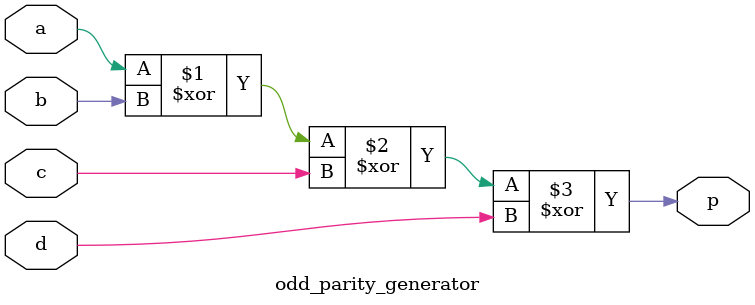
<source format=v>
`timescale 1ns / 1ps


module odd_parity_generator(a,b,c,d,p);
    input a,b,c,d;
    output p;
    assign p = a^b^c^d;
endmodule

</source>
